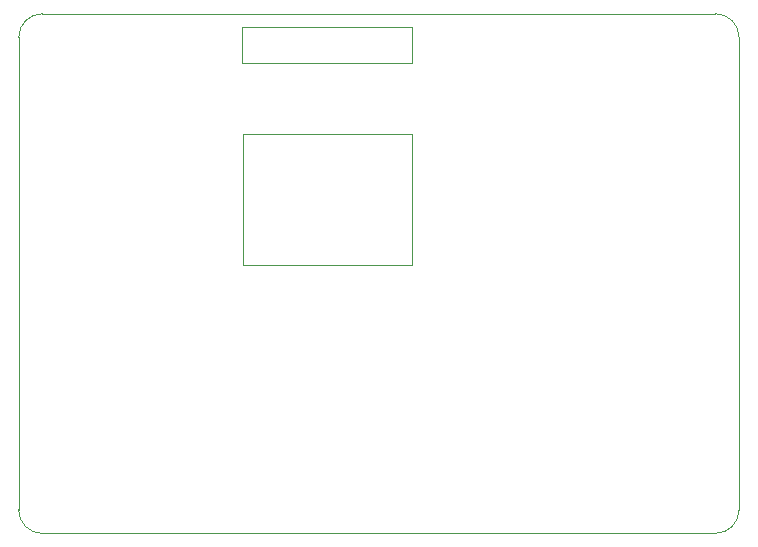
<source format=gbr>
%TF.GenerationSoftware,KiCad,Pcbnew,9.0.0*%
%TF.CreationDate,2025-03-21T19:43:46+05:30*%
%TF.ProjectId,HF-PA-v10,48462d50-412d-4763-9130-2e6b69636164,rev?*%
%TF.SameCoordinates,Original*%
%TF.FileFunction,Profile,NP*%
%FSLAX46Y46*%
G04 Gerber Fmt 4.6, Leading zero omitted, Abs format (unit mm)*
G04 Created by KiCad (PCBNEW 9.0.0) date 2025-03-21 19:43:46*
%MOMM*%
%LPD*%
G01*
G04 APERTURE LIST*
%TA.AperFunction,Profile*%
%ADD10C,0.100000*%
%TD*%
G04 APERTURE END LIST*
D10*
X18990000Y-10185000D02*
X33310000Y-10185000D01*
X33310000Y-21310000D01*
X18990000Y-21310000D01*
X18990000Y-10185000D01*
X61000000Y-2000000D02*
X61000000Y-42000000D01*
X59000000Y0D02*
G75*
G02*
X61000000Y-2000000I0J-2000000D01*
G01*
X2000000Y0D02*
X59000000Y0D01*
X0Y-42000000D02*
X0Y-2000000D01*
X0Y-2000000D02*
G75*
G02*
X2000000Y0I1999999J1D01*
G01*
X18950000Y-1130000D02*
X33270000Y-1130000D01*
X33270000Y-4180000D01*
X18950000Y-4180000D01*
X18950000Y-1130000D01*
X2000000Y-44000000D02*
G75*
G02*
X0Y-42000000I0J2000000D01*
G01*
X61000000Y-42000000D02*
G75*
G02*
X59000000Y-44000000I-2000000J0D01*
G01*
X59000000Y-44000000D02*
X2000000Y-44000000D01*
M02*

</source>
